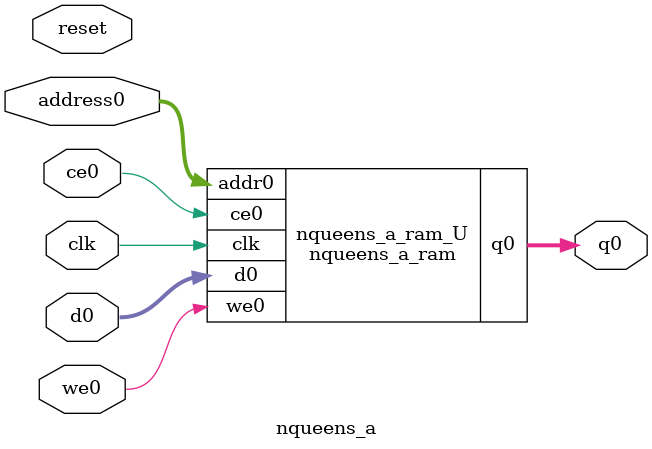
<source format=v>
`timescale 1 ns / 1 ps
module nqueens_a_ram (addr0, ce0, d0, we0, q0,  clk);

parameter DWIDTH = 32;
parameter AWIDTH = 3;
parameter MEM_SIZE = 8;

input[AWIDTH-1:0] addr0;
input ce0;
input[DWIDTH-1:0] d0;
input we0;
output reg[DWIDTH-1:0] q0;
input clk;

(* ram_style = "distributed" *)reg [DWIDTH-1:0] ram[0:MEM_SIZE-1];




always @(posedge clk)  
begin 
    if (ce0) begin
        if (we0) 
            ram[addr0] <= d0; 
        q0 <= ram[addr0];
    end
end


endmodule

`timescale 1 ns / 1 ps
module nqueens_a(
    reset,
    clk,
    address0,
    ce0,
    we0,
    d0,
    q0);

parameter DataWidth = 32'd32;
parameter AddressRange = 32'd8;
parameter AddressWidth = 32'd3;
input reset;
input clk;
input[AddressWidth - 1:0] address0;
input ce0;
input we0;
input[DataWidth - 1:0] d0;
output[DataWidth - 1:0] q0;



nqueens_a_ram nqueens_a_ram_U(
    .clk( clk ),
    .addr0( address0 ),
    .ce0( ce0 ),
    .we0( we0 ),
    .d0( d0 ),
    .q0( q0 ));

endmodule


</source>
